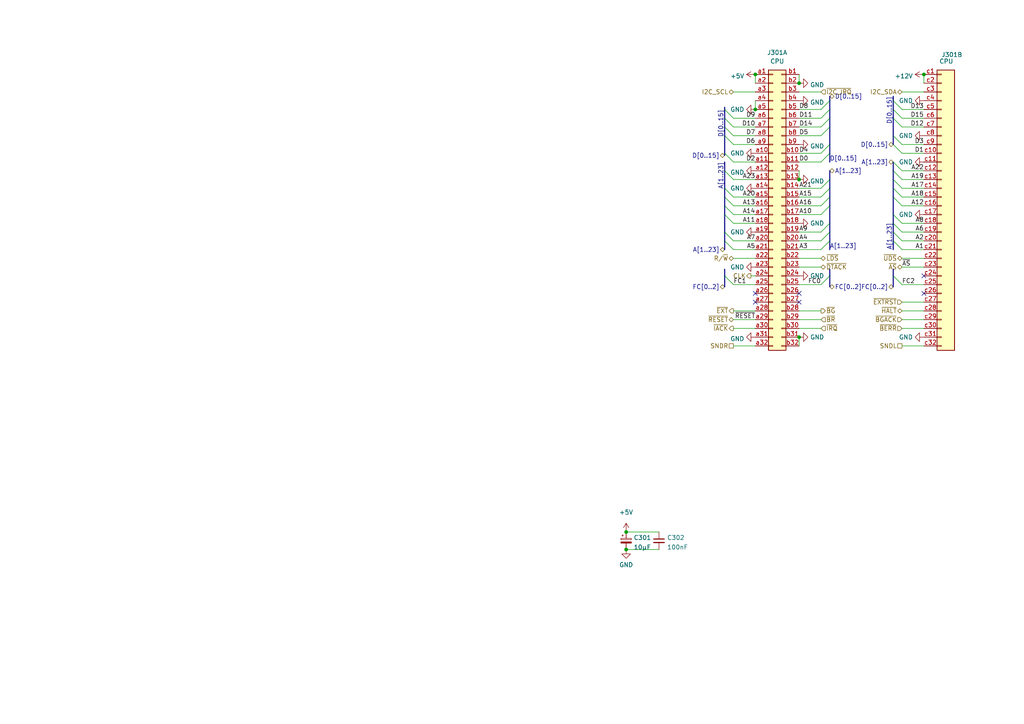
<source format=kicad_sch>
(kicad_sch (version 20211123) (generator eeschema)
  (paper "A4")
  (lib_symbols
    (symbol "68komputer-common:Conn_03x32_Row_Letter_First" (pin_names (offset 1.016) hide)
      (property "Reference" "J" (at 1.27 40.64 0))
      (property "Value" "Conn_03x32_Row_Letter_First" (at 1.27 -43.18 0))
      (symbol "Conn_03x32_Row_Letter_First_1_1"
        (rectangle (start -1.27 -40.513) (end 0 -40.767) (stroke (width 0.1524)))
        (rectangle (start -1.27 -37.973) (end 0 -38.227) (stroke (width 0.1524)))
        (rectangle (start -1.27 -35.433) (end 0 -35.687) (stroke (width 0.1524)))
        (rectangle (start -1.27 -32.893) (end 0 -33.147) (stroke (width 0.1524)))
        (rectangle (start -1.27 -30.353) (end 0 -30.607) (stroke (width 0.1524)))
        (rectangle (start -1.27 -27.813) (end 0 -28.067) (stroke (width 0.1524)))
        (rectangle (start -1.27 -25.273) (end 0 -25.527) (stroke (width 0.1524)))
        (rectangle (start -1.27 -22.733) (end 0 -22.987) (stroke (width 0.1524)))
        (rectangle (start -1.27 -20.193) (end 0 -20.447) (stroke (width 0.1524)))
        (rectangle (start -1.27 -17.653) (end 0 -17.907) (stroke (width 0.1524)))
        (rectangle (start -1.27 -15.113) (end 0 -15.367) (stroke (width 0.1524)))
        (rectangle (start -1.27 -12.573) (end 0 -12.827) (stroke (width 0.1524)))
        (rectangle (start -1.27 -10.033) (end 0 -10.287) (stroke (width 0.1524)))
        (rectangle (start -1.27 -7.493) (end 0 -7.747) (stroke (width 0.1524)))
        (rectangle (start -1.27 -4.953) (end 0 -5.207) (stroke (width 0.1524)))
        (rectangle (start -1.27 -2.413) (end 0 -2.667) (stroke (width 0.1524)))
        (rectangle (start -1.27 0.127) (end 0 -0.127) (stroke (width 0.1524)))
        (rectangle (start -1.27 2.667) (end 0 2.413) (stroke (width 0.1524)))
        (rectangle (start -1.27 5.207) (end 0 4.953) (stroke (width 0.1524)))
        (rectangle (start -1.27 7.747) (end 0 7.493) (stroke (width 0.1524)))
        (rectangle (start -1.27 10.287) (end 0 10.033) (stroke (width 0.1524)))
        (rectangle (start -1.27 12.827) (end 0 12.573) (stroke (width 0.1524)))
        (rectangle (start -1.27 15.367) (end 0 15.113) (stroke (width 0.1524)))
        (rectangle (start -1.27 17.907) (end 0 17.653) (stroke (width 0.1524)))
        (rectangle (start -1.27 20.447) (end 0 20.193) (stroke (width 0.1524)))
        (rectangle (start -1.27 22.987) (end 0 22.733) (stroke (width 0.1524)))
        (rectangle (start -1.27 25.527) (end 0 25.273) (stroke (width 0.1524)))
        (rectangle (start -1.27 28.067) (end 0 27.813) (stroke (width 0.1524)))
        (rectangle (start -1.27 30.607) (end 0 30.353) (stroke (width 0.1524)))
        (rectangle (start -1.27 33.147) (end 0 32.893) (stroke (width 0.1524)))
        (rectangle (start -1.27 35.687) (end 0 35.433) (stroke (width 0.1524)))
        (rectangle (start -1.27 38.227) (end 0 37.973) (stroke (width 0.1524)))
        (rectangle (start -1.27 39.37) (end 3.81 -41.91) (stroke (width 0.254)) (fill (type background)))
        (rectangle (start 3.81 -40.513) (end 2.54 -40.767) (stroke (width 0.1524)))
        (rectangle (start 3.81 -37.973) (end 2.54 -38.227) (stroke (width 0.1524)))
        (rectangle (start 3.81 -35.433) (end 2.54 -35.687) (stroke (width 0.1524)))
        (rectangle (start 3.81 -32.893) (end 2.54 -33.147) (stroke (width 0.1524)))
        (rectangle (start 3.81 -30.353) (end 2.54 -30.607) (stroke (width 0.1524)))
        (rectangle (start 3.81 -27.813) (end 2.54 -28.067) (stroke (width 0.1524)))
        (rectangle (start 3.81 -25.273) (end 2.54 -25.527) (stroke (width 0.1524)))
        (rectangle (start 3.81 -22.733) (end 2.54 -22.987) (stroke (width 0.1524)))
        (rectangle (start 3.81 -20.193) (end 2.54 -20.447) (stroke (width 0.1524)))
        (rectangle (start 3.81 -17.653) (end 2.54 -17.907) (stroke (width 0.1524)))
        (rectangle (start 3.81 -15.113) (end 2.54 -15.367) (stroke (width 0.1524)))
        (rectangle (start 3.81 -12.573) (end 2.54 -12.827) (stroke (width 0.1524)))
        (rectangle (start 3.81 -10.033) (end 2.54 -10.287) (stroke (width 0.1524)))
        (rectangle (start 3.81 -7.493) (end 2.54 -7.747) (stroke (width 0.1524)))
        (rectangle (start 3.81 -4.953) (end 2.54 -5.207) (stroke (width 0.1524)))
        (rectangle (start 3.81 -2.413) (end 2.54 -2.667) (stroke (width 0.1524)))
        (rectangle (start 3.81 0.127) (end 2.54 -0.127) (stroke (width 0.1524)))
        (rectangle (start 3.81 2.667) (end 2.54 2.413) (stroke (width 0.1524)))
        (rectangle (start 3.81 5.207) (end 2.54 4.953) (stroke (width 0.1524)))
        (rectangle (start 3.81 7.747) (end 2.54 7.493) (stroke (width 0.1524)))
        (rectangle (start 3.81 10.287) (end 2.54 10.033) (stroke (width 0.1524)))
        (rectangle (start 3.81 12.827) (end 2.54 12.573) (stroke (width 0.1524)))
        (rectangle (start 3.81 15.367) (end 2.54 15.113) (stroke (width 0.1524)))
        (rectangle (start 3.81 17.907) (end 2.54 17.653) (stroke (width 0.1524)))
        (rectangle (start 3.81 20.447) (end 2.54 20.193) (stroke (width 0.1524)))
        (rectangle (start 3.81 22.987) (end 2.54 22.733) (stroke (width 0.1524)))
        (rectangle (start 3.81 25.527) (end 2.54 25.273) (stroke (width 0.1524)))
        (rectangle (start 3.81 28.067) (end 2.54 27.813) (stroke (width 0.1524)))
        (rectangle (start 3.81 30.607) (end 2.54 30.353) (stroke (width 0.1524)))
        (rectangle (start 3.81 33.147) (end 2.54 32.893) (stroke (width 0.1524)))
        (rectangle (start 3.81 35.687) (end 2.54 35.433) (stroke (width 0.1524)))
        (rectangle (start 3.81 38.227) (end 2.54 37.973) (stroke (width 0.1524)))
        (pin passive line (at -5.08 38.1 0) (length 3.81) (name "Pin_a1") (number "a1"))
        (pin passive line (at -5.08 15.24 0) (length 3.81) (name "Pin_a10") (number "a10"))
        (pin passive line (at -5.08 12.7 0) (length 3.81) (name "Pin_a11") (number "a11"))
        (pin passive line (at -5.08 10.16 0) (length 3.81) (name "Pin_a12") (number "a12"))
        (pin passive line (at -5.08 7.62 0) (length 3.81) (name "Pin_a13") (number "a13"))
        (pin passive line (at -5.08 5.08 0) (length 3.81) (name "Pin_a14") (number "a14"))
        (pin passive line (at -5.08 2.54 0) (length 3.81) (name "Pin_a15") (number "a15"))
        (pin passive line (at -5.08 0 0) (length 3.81) (name "Pin_a16") (number "a16"))
        (pin passive line (at -5.08 -2.54 0) (length 3.81) (name "Pin_a17") (number "a17"))
        (pin passive line (at -5.08 -5.08 0) (length 3.81) (name "Pin_a18") (number "a18"))
        (pin passive line (at -5.08 -7.62 0) (length 3.81) (name "Pin_a19") (number "a19"))
        (pin passive line (at -5.08 35.56 0) (length 3.81) (name "Pin_a2") (number "a2"))
        (pin passive line (at -5.08 -10.16 0) (length 3.81) (name "Pin_a20") (number "a20"))
        (pin passive line (at -5.08 -12.7 0) (length 3.81) (name "Pin_a21") (number "a21"))
        (pin passive line (at -5.08 -15.24 0) (length 3.81) (name "Pin_a22") (number "a22"))
        (pin passive line (at -5.08 -17.78 0) (length 3.81) (name "Pin_a23") (number "a23"))
        (pin passive line (at -5.08 -20.32 0) (length 3.81) (name "Pin_a24") (number "a24"))
        (pin passive line (at -5.08 -22.86 0) (length 3.81) (name "Pin_a25") (number "a25"))
        (pin passive line (at -5.08 -25.4 0) (length 3.81) (name "Pin_a26") (number "a26"))
        (pin passive line (at -5.08 -27.94 0) (length 3.81) (name "Pin_a27") (number "a27"))
        (pin passive line (at -5.08 -30.48 0) (length 3.81) (name "Pin_a28") (number "a28"))
        (pin passive line (at -5.08 -33.02 0) (length 3.81) (name "Pin_a29") (number "a29"))
        (pin passive line (at -5.08 33.02 0) (length 3.81) (name "Pin_a3") (number "a3"))
        (pin passive line (at -5.08 -35.56 0) (length 3.81) (name "Pin_a30") (number "a30"))
        (pin passive line (at -5.08 -38.1 0) (length 3.81) (name "Pin_a31") (number "a31"))
        (pin passive line (at -5.08 -40.64 0) (length 3.81) (name "Pin_a32") (number "a32"))
        (pin passive line (at -5.08 30.48 0) (length 3.81) (name "Pin_a4") (number "a4"))
        (pin passive line (at -5.08 27.94 0) (length 3.81) (name "Pin_a5") (number "a5"))
        (pin passive line (at -5.08 25.4 0) (length 3.81) (name "Pin_a6") (number "a6"))
        (pin passive line (at -5.08 22.86 0) (length 3.81) (name "Pin_a7") (number "a7"))
        (pin passive line (at -5.08 20.32 0) (length 3.81) (name "Pin_a8") (number "a8"))
        (pin passive line (at -5.08 17.78 0) (length 3.81) (name "Pin_a9") (number "a9"))
        (pin passive line (at 7.62 38.1 180) (length 3.81) (name "Pin_b1") (number "b1"))
        (pin passive line (at 7.62 15.24 180) (length 3.81) (name "Pin_b10") (number "b10"))
        (pin passive line (at 7.62 12.7 180) (length 3.81) (name "Pin_b11") (number "b11"))
        (pin passive line (at 7.62 10.16 180) (length 3.81) (name "Pin_b12") (number "b12"))
        (pin passive line (at 7.62 7.62 180) (length 3.81) (name "Pin_b13") (number "b13"))
        (pin passive line (at 7.62 5.08 180) (length 3.81) (name "Pin_b14") (number "b14"))
        (pin passive line (at 7.62 2.54 180) (length 3.81) (name "Pin_b15") (number "b15"))
        (pin passive line (at 7.62 0 180) (length 3.81) (name "Pin_b16") (number "b16"))
        (pin passive line (at 7.62 -2.54 180) (length 3.81) (name "Pin_b17") (number "b17"))
        (pin passive line (at 7.62 -5.08 180) (length 3.81) (name "Pin_b18") (number "b18"))
        (pin passive line (at 7.62 -7.62 180) (length 3.81) (name "Pin_b19") (number "b19"))
        (pin passive line (at 7.62 35.56 180) (length 3.81) (name "Pin_b2") (number "b2"))
        (pin passive line (at 7.62 -10.16 180) (length 3.81) (name "Pin_b20") (number "b20"))
        (pin passive line (at 7.62 -12.7 180) (length 3.81) (name "Pin_b21") (number "b21"))
        (pin passive line (at 7.62 -15.24 180) (length 3.81) (name "Pin_b22") (number "b22"))
        (pin passive line (at 7.62 -17.78 180) (length 3.81) (name "Pin_b23") (number "b23"))
        (pin passive line (at 7.62 -20.32 180) (length 3.81) (name "Pin_b24") (number "b24"))
        (pin passive line (at 7.62 -22.86 180) (length 3.81) (name "Pin_b25") (number "b25"))
        (pin passive line (at 7.62 -25.4 180) (length 3.81) (name "Pin_b26") (number "b26"))
        (pin passive line (at 7.62 -27.94 180) (length 3.81) (name "Pin_b27") (number "b27"))
        (pin passive line (at 7.62 -30.48 180) (length 3.81) (name "Pin_b28") (number "b28"))
        (pin passive line (at 7.62 -33.02 180) (length 3.81) (name "Pin_b29") (number "b29"))
        (pin passive line (at 7.62 33.02 180) (length 3.81) (name "Pin_b3") (number "b3"))
        (pin passive line (at 7.62 -35.56 180) (length 3.81) (name "Pin_b30") (number "b30"))
        (pin passive line (at 7.62 -38.1 180) (length 3.81) (name "Pin_b31") (number "b31"))
        (pin passive line (at 7.62 -40.64 180) (length 3.81) (name "Pin_b32") (number "b32"))
        (pin passive line (at 7.62 30.48 180) (length 3.81) (name "Pin_b4") (number "b4"))
        (pin passive line (at 7.62 27.94 180) (length 3.81) (name "Pin_b5") (number "b5"))
        (pin passive line (at 7.62 25.4 180) (length 3.81) (name "Pin_b6") (number "b6"))
        (pin passive line (at 7.62 22.86 180) (length 3.81) (name "Pin_b7") (number "b7"))
        (pin passive line (at 7.62 20.32 180) (length 3.81) (name "Pin_b8") (number "b8"))
        (pin passive line (at 7.62 17.78 180) (length 3.81) (name "Pin_b9") (number "b9"))
      )
      (symbol "Conn_03x32_Row_Letter_First_2_1"
        (rectangle (start -1.27 39.37) (end 3.81 -41.91) (stroke (width 0.254)) (fill (type background)))
        (rectangle (start 3.81 -40.513) (end 2.54 -40.767) (stroke (width 0.1524)))
        (rectangle (start 3.81 -37.973) (end 2.54 -38.227) (stroke (width 0.1524)))
        (rectangle (start 3.81 -35.433) (end 2.54 -35.687) (stroke (width 0.1524)))
        (rectangle (start 3.81 -32.893) (end 2.54 -33.147) (stroke (width 0.1524)))
        (rectangle (start 3.81 -30.353) (end 2.54 -30.607) (stroke (width 0.1524)))
        (rectangle (start 3.81 -27.813) (end 2.54 -28.067) (stroke (width 0.1524)))
        (rectangle (start 3.81 -25.273) (end 2.54 -25.527) (stroke (width 0.1524)))
        (rectangle (start 3.81 -22.733) (end 2.54 -22.987) (stroke (width 0.1524)))
        (rectangle (start 3.81 -20.193) (end 2.54 -20.447) (stroke (width 0.1524)))
        (rectangle (start 3.81 -17.653) (end 2.54 -17.907) (stroke (width 0.1524)))
        (rectangle (start 3.81 -15.113) (end 2.54 -15.367) (stroke (width 0.1524)))
        (rectangle (start 3.81 -12.573) (end 2.54 -12.827) (stroke (width 0.1524)))
        (rectangle (start 3.81 -10.033) (end 2.54 -10.287) (stroke (width 0.1524)))
        (rectangle (start 3.81 -7.493) (end 2.54 -7.747) (stroke (width 0.1524)))
        (rectangle (start 3.81 -4.953) (end 2.54 -5.207) (stroke (width 0.1524)))
        (rectangle (start 3.81 -2.413) (end 2.54 -2.667) (stroke (width 0.1524)))
        (rectangle (start 3.81 0.127) (end 2.54 -0.127) (stroke (width 0.1524)))
        (rectangle (start 3.81 2.667) (end 2.54 2.413) (stroke (width 0.1524)))
        (rectangle (start 3.81 5.207) (end 2.54 4.953) (stroke (width 0.1524)))
        (rectangle (start 3.81 7.747) (end 2.54 7.493) (stroke (width 0.1524)))
        (rectangle (start 3.81 10.287) (end 2.54 10.033) (stroke (width 0.1524)))
        (rectangle (start 3.81 12.827) (end 2.54 12.573) (stroke (width 0.1524)))
        (rectangle (start 3.81 15.367) (end 2.54 15.113) (stroke (width 0.1524)))
        (rectangle (start 3.81 17.907) (end 2.54 17.653) (stroke (width 0.1524)))
        (rectangle (start 3.81 20.447) (end 2.54 20.193) (stroke (width 0.1524)))
        (rectangle (start 3.81 22.987) (end 2.54 22.733) (stroke (width 0.1524)))
        (rectangle (start 3.81 25.527) (end 2.54 25.273) (stroke (width 0.1524)))
        (rectangle (start 3.81 28.067) (end 2.54 27.813) (stroke (width 0.1524)))
        (rectangle (start 3.81 30.607) (end 2.54 30.353) (stroke (width 0.1524)))
        (rectangle (start 3.81 33.147) (end 2.54 32.893) (stroke (width 0.1524)))
        (rectangle (start 3.81 35.687) (end 2.54 35.433) (stroke (width 0.1524)))
        (rectangle (start 3.81 38.227) (end 2.54 37.973) (stroke (width 0.1524)))
        (pin passive line (at 7.62 38.1 180) (length 3.81) (name "Pin_c1") (number "c1"))
        (pin passive line (at 7.62 15.24 180) (length 3.81) (name "Pin_c10") (number "c10"))
        (pin passive line (at 7.62 12.7 180) (length 3.81) (name "Pin_c11") (number "c11"))
        (pin passive line (at 7.62 10.16 180) (length 3.81) (name "Pin_c12") (number "c12"))
        (pin passive line (at 7.62 7.62 180) (length 3.81) (name "Pin_c13") (number "c13"))
        (pin passive line (at 7.62 5.08 180) (length 3.81) (name "Pin_c14") (number "c14"))
        (pin passive line (at 7.62 2.54 180) (length 3.81) (name "Pin_c15") (number "c15"))
        (pin passive line (at 7.62 0 180) (length 3.81) (name "Pin_c16") (number "c16"))
        (pin passive line (at 7.62 -2.54 180) (length 3.81) (name "Pin_c17") (number "c17"))
        (pin passive line (at 7.62 -5.08 180) (length 3.81) (name "Pin_c18") (number "c18"))
        (pin passive line (at 7.62 -7.62 180) (length 3.81) (name "Pin_c19") (number "c19"))
        (pin passive line (at 7.62 35.56 180) (length 3.81) (name "Pin_c2") (number "c2"))
        (pin passive line (at 7.62 -10.16 180) (length 3.81) (name "Pin_c20") (number "c20"))
        (pin passive line (at 7.62 -12.7 180) (length 3.81) (name "Pin_c21") (number "c21"))
        (pin passive line (at 7.62 -15.24 180) (length 3.81) (name "Pin_c22") (number "c22"))
        (pin passive line (at 7.62 -17.78 180) (length 3.81) (name "Pin_c23") (number "c23"))
        (pin passive line (at 7.62 -20.32 180) (length 3.81) (name "Pin_c24") (number "c24"))
        (pin passive line (at 7.62 -22.86 180) (length 3.81) (name "Pin_c25") (number "c25"))
        (pin passive line (at 7.62 -25.4 180) (length 3.81) (name "Pin_c26") (number "c26"))
        (pin passive line (at 7.62 -27.94 180) (length 3.81) (name "Pin_c27") (number "c27"))
        (pin passive line (at 7.62 -30.48 180) (length 3.81) (name "Pin_c28") (number "c28"))
        (pin passive line (at 7.62 -33.02 180) (length 3.81) (name "Pin_c29") (number "c29"))
        (pin passive line (at 7.62 33.02 180) (length 3.81) (name "Pin_c3") (number "c3"))
        (pin passive line (at 7.62 -35.56 180) (length 3.81) (name "Pin_c30") (number "c30"))
        (pin passive line (at 7.62 -38.1 180) (length 3.81) (name "Pin_c31") (number "c31"))
        (pin passive line (at 7.62 -40.64 180) (length 3.81) (name "Pin_c32") (number "c32"))
        (pin passive line (at 7.62 30.48 180) (length 3.81) (name "Pin_c4") (number "c4"))
        (pin passive line (at 7.62 27.94 180) (length 3.81) (name "Pin_c5") (number "c5"))
        (pin passive line (at 7.62 25.4 180) (length 3.81) (name "Pin_c6") (number "c6"))
        (pin passive line (at 7.62 22.86 180) (length 3.81) (name "Pin_c7") (number "c7"))
        (pin passive line (at 7.62 20.32 180) (length 3.81) (name "Pin_c8") (number "c8"))
        (pin passive line (at 7.62 17.78 180) (length 3.81) (name "Pin_c9") (number "c9"))
      )
    )
    (symbol "Device:C_Polarized_Small" (pin_numbers hide) (pin_names (offset 0.254) hide)
      (property "Reference" "C" (at 0.254 1.778 0))
      (property "Value" "C_Polarized_Small" (at 0.254 -2.032 0))
      (symbol "C_Polarized_Small_0_1"
        (rectangle (start -1.524 -0.3048) (end 1.524 -0.6858) (fill (type outline)))
        (rectangle (start -1.524 0.6858) (end 1.524 0.3048))
        (polyline (pts (xy -1.27 1.524) (xy -0.762 1.524)))
        (polyline (pts (xy -1.016 1.27) (xy -1.016 1.778)))
      )
      (symbol "C_Polarized_Small_1_1"
        (pin passive line (at 0 2.54 270) (length 1.8542) (name "~") (number "1"))
        (pin passive line (at 0 -2.54 90) (length 1.8542) (name "~") (number "2"))
      )
    )
    (symbol "Device:C_Small" (pin_numbers hide) (pin_names (offset 0.254) hide)
      (property "Reference" "C" (at 0.254 1.778 0))
      (property "Value" "C_Small" (at 0.254 -2.032 0))
      (symbol "C_Small_0_1"
        (polyline (pts (xy -1.524 -0.508) (xy 1.524 -0.508)) (stroke (width 0.3302)))
        (polyline (pts (xy -1.524 0.508) (xy 1.524 0.508)) (stroke (width 0.3048)))
      )
      (symbol "C_Small_1_1"
        (pin passive line (at 0 2.54 270) (length 2.032) (name "~") (number "1"))
        (pin passive line (at 0 -2.54 90) (length 2.032) (name "~") (number "2"))
      )
    )
    (symbol "power:+12V" (power) (pin_names (offset 0))
      (property "Value" "+12V" (at 0 3.556 0))
      (symbol "+12V_0_1"
        (polyline (pts (xy -0.762 1.27) (xy 0 2.54)))
        (polyline (pts (xy 0 0) (xy 0 2.54)))
        (polyline (pts (xy 0 2.54) (xy 0.762 1.27)))
      )
      (symbol "+12V_1_1"
        (pin power_in line (at 0 0 90) (length 0) hide (name "+12V") (number "1"))
      )
    )
    (symbol "power:+5V" (power) (pin_names (offset 0))
      (property "Value" "+5V" (at 0 3.556 0))
      (symbol "+5V_0_1"
        (polyline (pts (xy -0.762 1.27) (xy 0 2.54)))
        (polyline (pts (xy 0 0) (xy 0 2.54)))
        (polyline (pts (xy 0 2.54) (xy 0.762 1.27)))
      )
      (symbol "+5V_1_1"
        (pin power_in line (at 0 0 90) (length 0) hide (name "+5V") (number "1"))
      )
    )
    (symbol "power:GND" (power) (pin_names (offset 0))
      (property "Value" "GND" (at 0 -3.81 0))
      (symbol "GND_0_1"
        (polyline (pts (xy 0 0) (xy 0 -1.27) (xy 1.27 -1.27) (xy 0 -2.54) (xy -1.27 -1.27) (xy 0 -1.27)))
      )
      (symbol "GND_1_1"
        (pin power_in line (at 0 0 270) (length 0) hide (name "GND") (number "1"))
      )
    )
  )
  (junction (at 231.775 52.07))
  (junction (at 267.97 21.59))
  (junction (at 181.61 154.305))
  (junction (at 231.775 24.13))
  (junction (at 231.775 97.79))
  (junction (at 219.075 31.75))
  (junction (at 219.075 21.59))
  (junction (at 181.61 159.385))
  (no_connect (at 267.97 85.09))
  (no_connect (at 231.775 85.09))
  (no_connect (at 219.075 85.09))
  (no_connect (at 267.97 80.01))
  (no_connect (at 231.775 87.63))
  (no_connect (at 219.075 87.63))
  (bus_entry (at 238.125 69.85) (size 2.54 -2.54))
  (bus_entry (at 210.185 36.83) (size 2.54 2.54))
  (bus_entry (at 238.125 54.61) (size 2.54 -2.54))
  (bus_entry (at 210.185 59.69) (size 2.54 2.54))
  (bus_entry (at 210.185 49.53) (size 2.54 2.54))
  (bus_entry (at 210.185 62.23) (size 2.54 2.54))
  (bus_entry (at 259.08 67.31) (size 2.54 2.54))
  (bus_entry (at 259.08 64.77) (size 2.54 2.54))
  (bus_entry (at 210.185 57.15) (size 2.54 2.54))
  (bus_entry (at 210.185 67.31) (size 2.54 2.54))
  (bus_entry (at 259.08 52.07) (size 2.54 2.54))
  (bus_entry (at 210.185 54.61) (size 2.54 2.54))
  (bus_entry (at 259.08 62.23) (size 2.54 2.54))
  (bus_entry (at 210.185 39.37) (size 2.54 2.54))
  (bus_entry (at 210.185 69.85) (size 2.54 2.54))
  (bus_entry (at 259.08 46.99) (size 2.54 2.54))
  (bus_entry (at 259.08 80.01) (size 2.54 2.54))
  (bus_entry (at 259.08 29.21) (size 2.54 2.54))
  (bus_entry (at 238.125 44.45) (size 2.54 -2.54))
  (bus_entry (at 238.125 34.29) (size 2.54 -2.54))
  (bus_entry (at 238.125 39.37) (size 2.54 -2.54))
  (bus_entry (at 238.125 62.23) (size 2.54 -2.54))
  (bus_entry (at 259.08 31.75) (size 2.54 2.54))
  (bus_entry (at 238.125 67.31) (size 2.54 -2.54))
  (bus_entry (at 238.125 59.69) (size 2.54 -2.54))
  (bus_entry (at 240.665 80.01) (size -2.54 2.54))
  (bus_entry (at 210.185 44.45) (size 2.54 2.54))
  (bus_entry (at 238.125 72.39) (size 2.54 -2.54))
  (bus_entry (at 210.185 34.29) (size 2.54 2.54))
  (bus_entry (at 259.08 39.37) (size 2.54 2.54))
  (bus_entry (at 259.08 54.61) (size 2.54 2.54))
  (bus_entry (at 238.125 36.83) (size 2.54 -2.54))
  (bus_entry (at 238.125 46.99) (size 2.54 -2.54))
  (bus_entry (at 259.08 34.29) (size 2.54 2.54))
  (bus_entry (at 259.08 57.15) (size 2.54 2.54))
  (bus_entry (at 238.125 57.15) (size 2.54 -2.54))
  (bus_entry (at 259.08 49.53) (size 2.54 2.54))
  (bus_entry (at 210.185 31.75) (size 2.54 2.54))
  (bus_entry (at 238.125 31.75) (size 2.54 -2.54))
  (bus_entry (at 259.08 41.91) (size 2.54 2.54))
  (bus_entry (at 259.08 69.85) (size 2.54 2.54))
  (bus_entry (at 210.185 80.01) (size 2.54 2.54))
  (wire (pts (xy 219.075 29.21) (xy 219.075 31.75)))
  (wire (pts (xy 212.725 72.39) (xy 219.075 72.39)))
  (wire (pts (xy 261.62 31.75) (xy 267.97 31.75)))
  (bus (pts (xy 240.665 69.85) (xy 240.665 72.39)))
  (wire (pts (xy 261.62 74.93) (xy 267.97 74.93)))
  (wire (pts (xy 267.97 95.25) (xy 261.62 95.25)))
  (wire (pts (xy 261.62 57.15) (xy 267.97 57.15)))
  (wire (pts (xy 238.125 77.47) (xy 231.775 77.47)))
  (bus (pts (xy 210.185 44.45) (xy 210.185 45.085)))
  (bus (pts (xy 259.08 57.15) (xy 259.08 62.23)))
  (bus (pts (xy 210.185 67.31) (xy 210.185 69.85)))
  (bus (pts (xy 210.185 46.99) (xy 210.185 49.53)))
  (bus (pts (xy 240.665 80.01) (xy 240.665 83.185)))
  (wire (pts (xy 212.725 34.29) (xy 219.075 34.29)))
  (wire (pts (xy 212.725 46.99) (xy 219.075 46.99)))
  (wire (pts (xy 219.075 21.59) (xy 219.075 24.13)))
  (wire (pts (xy 261.62 49.53) (xy 267.97 49.53)))
  (wire (pts (xy 231.775 90.17) (xy 238.125 90.17)))
  (bus (pts (xy 259.08 31.75) (xy 259.08 34.29)))
  (wire (pts (xy 261.62 77.47) (xy 267.97 77.47)))
  (wire (pts (xy 261.62 72.39) (xy 267.97 72.39)))
  (wire (pts (xy 231.775 21.59) (xy 231.775 24.13)))
  (bus (pts (xy 259.08 80.01) (xy 259.08 83.185)))
  (wire (pts (xy 212.725 90.17) (xy 219.075 90.17)))
  (wire (pts (xy 261.62 54.61) (xy 267.97 54.61)))
  (wire (pts (xy 231.775 72.39) (xy 238.125 72.39)))
  (wire (pts (xy 212.725 41.91) (xy 219.075 41.91)))
  (bus (pts (xy 210.185 34.29) (xy 210.185 36.83)))
  (wire (pts (xy 212.725 62.23) (xy 219.075 62.23)))
  (bus (pts (xy 240.665 29.21) (xy 240.665 31.75)))
  (wire (pts (xy 212.725 69.85) (xy 219.075 69.85)))
  (bus (pts (xy 240.665 59.69) (xy 240.665 64.77)))
  (wire (pts (xy 231.775 46.99) (xy 238.125 46.99)))
  (bus (pts (xy 240.665 36.83) (xy 240.665 41.91)))
  (wire (pts (xy 231.775 36.83) (xy 238.125 36.83)))
  (bus (pts (xy 210.185 31.115) (xy 210.185 31.75)))
  (wire (pts (xy 231.775 97.79) (xy 231.775 100.33)))
  (wire (pts (xy 261.62 64.77) (xy 267.97 64.77)))
  (bus (pts (xy 210.185 49.53) (xy 210.185 54.61)))
  (bus (pts (xy 259.08 46.99) (xy 259.08 49.53)))
  (bus (pts (xy 240.665 31.75) (xy 240.665 34.29)))
  (wire (pts (xy 261.62 100.33) (xy 267.97 100.33)))
  (bus (pts (xy 240.665 64.77) (xy 240.665 67.31)))
  (wire (pts (xy 267.97 21.59) (xy 267.97 24.13)))
  (bus (pts (xy 259.08 64.77) (xy 259.08 67.31)))
  (wire (pts (xy 261.62 34.29) (xy 267.97 34.29)))
  (wire (pts (xy 261.62 26.67) (xy 267.97 26.67)))
  (bus (pts (xy 210.185 39.37) (xy 210.185 44.45)))
  (bus (pts (xy 259.08 27.94) (xy 259.08 29.21)))
  (wire (pts (xy 181.61 159.385) (xy 191.135 159.385)))
  (bus (pts (xy 259.08 62.23) (xy 259.08 64.77)))
  (bus (pts (xy 259.08 39.37) (xy 259.08 41.91)))
  (wire (pts (xy 261.62 69.85) (xy 267.97 69.85)))
  (wire (pts (xy 231.775 69.85) (xy 238.125 69.85)))
  (wire (pts (xy 219.075 92.71) (xy 212.725 92.71)))
  (wire (pts (xy 231.775 44.45) (xy 238.125 44.45)))
  (bus (pts (xy 240.665 34.29) (xy 240.665 36.83)))
  (bus (pts (xy 259.08 49.53) (xy 259.08 52.07)))
  (bus (pts (xy 259.08 67.31) (xy 259.08 69.85)))
  (bus (pts (xy 240.665 41.91) (xy 240.665 44.45)))
  (bus (pts (xy 240.665 27.94) (xy 240.665 29.21)))
  (wire (pts (xy 238.125 74.93) (xy 231.775 74.93)))
  (wire (pts (xy 261.62 52.07) (xy 267.97 52.07)))
  (wire (pts (xy 231.775 57.15) (xy 238.125 57.15)))
  (wire (pts (xy 212.725 74.93) (xy 219.075 74.93)))
  (wire (pts (xy 261.62 92.71) (xy 267.97 92.71)))
  (wire (pts (xy 261.62 67.31) (xy 267.97 67.31)))
  (wire (pts (xy 212.725 100.33) (xy 219.075 100.33)))
  (wire (pts (xy 212.725 39.37) (xy 219.075 39.37)))
  (bus (pts (xy 240.665 54.61) (xy 240.665 57.15)))
  (bus (pts (xy 259.08 54.61) (xy 259.08 57.15)))
  (wire (pts (xy 231.775 67.31) (xy 238.125 67.31)))
  (wire (pts (xy 212.725 26.67) (xy 219.075 26.67)))
  (wire (pts (xy 267.97 90.17) (xy 261.62 90.17)))
  (bus (pts (xy 240.665 44.45) (xy 240.665 46.99)))
  (wire (pts (xy 238.125 95.25) (xy 231.775 95.25)))
  (bus (pts (xy 240.665 57.15) (xy 240.665 59.69)))
  (bus (pts (xy 259.08 69.85) (xy 259.08 72.39)))
  (wire (pts (xy 212.725 64.77) (xy 219.075 64.77)))
  (bus (pts (xy 210.185 54.61) (xy 210.185 57.15)))
  (wire (pts (xy 231.775 26.67) (xy 238.125 26.67)))
  (wire (pts (xy 212.725 52.07) (xy 219.075 52.07)))
  (wire (pts (xy 261.62 59.69) (xy 267.97 59.69)))
  (wire (pts (xy 231.775 59.69) (xy 238.125 59.69)))
  (wire (pts (xy 261.62 36.83) (xy 267.97 36.83)))
  (bus (pts (xy 259.08 29.21) (xy 259.08 31.75)))
  (wire (pts (xy 231.775 39.37) (xy 238.125 39.37)))
  (wire (pts (xy 231.775 62.23) (xy 238.125 62.23)))
  (bus (pts (xy 210.185 36.83) (xy 210.185 39.37)))
  (bus (pts (xy 240.665 67.31) (xy 240.665 69.85)))
  (bus (pts (xy 240.665 49.53) (xy 240.665 52.07)))
  (bus (pts (xy 259.08 34.29) (xy 259.08 39.37)))
  (wire (pts (xy 212.725 59.69) (xy 219.075 59.69)))
  (wire (pts (xy 212.725 36.83) (xy 219.075 36.83)))
  (bus (pts (xy 210.185 69.85) (xy 210.185 72.39)))
  (wire (pts (xy 261.62 87.63) (xy 267.97 87.63)))
  (wire (pts (xy 217.805 80.01) (xy 219.075 80.01)))
  (bus (pts (xy 240.665 52.07) (xy 240.665 54.61)))
  (wire (pts (xy 231.775 31.75) (xy 238.125 31.75)))
  (bus (pts (xy 210.185 80.01) (xy 210.185 83.185)))
  (bus (pts (xy 210.185 59.69) (xy 210.185 62.23)))
  (wire (pts (xy 261.62 82.55) (xy 267.97 82.55)))
  (wire (pts (xy 231.775 82.55) (xy 238.125 82.55)))
  (wire (pts (xy 231.775 54.61) (xy 238.125 54.61)))
  (wire (pts (xy 181.61 154.305) (xy 191.135 154.305)))
  (wire (pts (xy 212.725 57.15) (xy 219.075 57.15)))
  (wire (pts (xy 212.725 95.25) (xy 219.075 95.25)))
  (wire (pts (xy 261.62 44.45) (xy 267.97 44.45)))
  (wire (pts (xy 231.775 49.53) (xy 231.775 52.07)))
  (bus (pts (xy 259.08 78.105) (xy 259.08 80.01)))
  (wire (pts (xy 261.62 41.91) (xy 267.97 41.91)))
  (bus (pts (xy 259.08 52.07) (xy 259.08 54.61)))
  (wire (pts (xy 238.125 92.71) (xy 231.775 92.71)))
  (bus (pts (xy 210.185 62.23) (xy 210.185 67.31)))
  (bus (pts (xy 210.185 78.105) (xy 210.185 80.01)))
  (wire (pts (xy 231.775 34.29) (xy 238.125 34.29)))
  (bus (pts (xy 210.185 31.75) (xy 210.185 34.29)))
  (bus (pts (xy 240.665 78.105) (xy 240.665 80.01)))
  (bus (pts (xy 210.185 57.15) (xy 210.185 59.69)))
  (wire (pts (xy 212.725 82.55) (xy 219.075 82.55)))
  (label "A12" (at 267.97 59.69 180))
  (label "A15" (at 231.775 57.15 0))
  (label "A21" (at 231.775 54.61 0))
  (label "A22" (at 267.97 49.53 180))
  (label "A14" (at 219.075 62.23 180))
  (label "D6" (at 219.075 41.91 180))
  (label "A23" (at 219.075 52.07 180))
  (label "D7" (at 219.075 39.37 180))
  (label "D5" (at 231.775 39.37 0))
  (label "A[1..23]" (at 240.665 72.39 0))
  (label "D15" (at 267.97 34.29 180))
  (label "D4" (at 231.775 44.45 0))
  (label "FC1" (at 212.725 82.55 0))
  (label "A5" (at 219.075 72.39 180))
  (label "D1" (at 267.97 44.45 180))
  (label "D14" (at 231.775 36.83 0))
  (label "A16" (at 231.775 59.69 0))
  (label "A[1..23]" (at 210.185 46.99 270))
  (label "A3" (at 231.775 72.39 0))
  (label "D13" (at 267.97 31.75 180))
  (label "D3" (at 267.97 41.91 180))
  (label "A7" (at 219.075 69.85 180))
  (label "D[0..15]" (at 210.185 31.75 270))
  (label "A19" (at 267.97 52.07 180))
  (label "FC2" (at 261.62 82.55 0))
  (label "~{AS}" (at 261.62 77.47 0))
  (label "A6" (at 267.97 67.31 180))
  (label "D12" (at 267.97 36.83 180))
  (label "D[0..15]" (at 240.665 46.99 0))
  (label "A13" (at 219.075 59.69 180))
  (label "~{RESET}" (at 219.075 92.71 180))
  (label "A11" (at 219.075 64.77 180))
  (label "A8" (at 267.97 64.77 180))
  (label "D0" (at 231.775 46.99 0))
  (label "D9" (at 219.075 34.29 180))
  (label "D10" (at 219.075 36.83 180))
  (label "D11" (at 231.775 34.29 0))
  (label "D8" (at 231.775 31.75 0))
  (label "D2" (at 219.075 46.99 180))
  (label "A20" (at 219.075 57.15 180))
  (label "A9" (at 231.775 67.31 0))
  (label "FC0" (at 238.125 82.55 180))
  (label "A4" (at 231.775 69.85 0))
  (label "A1" (at 267.97 72.39 180))
  (label "A[1..23]" (at 259.08 72.39 90))
  (label "A18" (at 267.97 57.15 180))
  (label "A2" (at 267.97 69.85 180))
  (label "D[0..15]" (at 259.08 27.94 270))
  (label "A10" (at 231.775 62.23 0))
  (label "A17" (at 267.97 54.61 180))
  (hierarchical_label "A[1..23]" (shape bidirectional) (at 210.185 72.39 180))
  (hierarchical_label "~{RESET}" (shape bidirectional) (at 212.725 92.71 180))
  (hierarchical_label "FC[0..2]" (shape bidirectional) (at 240.665 83.185 0))
  (hierarchical_label "~{IRQ}" (shape input) (at 238.125 95.25 0))
  (hierarchical_label "A[1..23]" (shape bidirectional) (at 240.665 49.53 0))
  (hierarchical_label "D[0..15]" (shape bidirectional) (at 240.665 27.94 0))
  (hierarchical_label "~{BERR}" (shape input) (at 261.62 95.25 180))
  (hierarchical_label "~{IACK}" (shape output) (at 212.725 95.25 180))
  (hierarchical_label "~{BGACK}" (shape input) (at 261.62 92.71 180))
  (hierarchical_label "SNDR" (shape passive) (at 212.725 100.33 180))
  (hierarchical_label "I2C_SDA" (shape tri_state) (at 261.62 26.67 180))
  (hierarchical_label "D[0..15]" (shape bidirectional) (at 259.08 41.91 180))
  (hierarchical_label "~{DTACK}" (shape bidirectional) (at 238.125 77.47 0))
  (hierarchical_label "FC[0..2]" (shape bidirectional) (at 259.08 83.185 180))
  (hierarchical_label "A[1..23]" (shape bidirectional) (at 259.08 46.99 180))
  (hierarchical_label "~{BR}" (shape input) (at 238.125 92.71 0))
  (hierarchical_label "~{HALT}" (shape bidirectional) (at 261.62 90.17 180))
  (hierarchical_label "CLK" (shape output) (at 217.805 80.01 180))
  (hierarchical_label "~{AS}" (shape bidirectional) (at 261.62 77.47 180))
  (hierarchical_label "~{I2C_IRQ}" (shape input) (at 238.125 26.67 0))
  (hierarchical_label "FC[0..2]" (shape bidirectional) (at 210.185 83.185 180))
  (hierarchical_label "I2C_SCL" (shape tri_state) (at 212.725 26.67 180))
  (hierarchical_label "R{slash}~{W}" (shape bidirectional) (at 212.725 74.93 180))
  (hierarchical_label "SNDL" (shape passive) (at 261.62 100.33 180))
  (hierarchical_label "~{BG}" (shape output) (at 238.125 90.17 0))
  (hierarchical_label "~{EXT}" (shape output) (at 212.725 90.17 180))
  (hierarchical_label "~{EXTRST}" (shape input) (at 261.62 87.63 180))
  (hierarchical_label "~{LDS}" (shape bidirectional) (at 238.125 74.93 0))
  (hierarchical_label "~{UDS}" (shape bidirectional) (at 261.62 74.93 180))
  (hierarchical_label "D[0..15]" (shape bidirectional) (at 210.185 45.085 180))
  (symbol (lib_id "power:GND") (at 219.075 67.31 270) (unit 1)
    (property "Reference" "#PWR0308" (effects hide))
    (property "Value" "GND" (at 215.9 67.31 90) (effects (justify right)))
  )
  (symbol (lib_id "power:GND") (at 267.97 97.79 270) (unit 1)
    (property "Reference" "#PWR0323" (effects hide))
    (property "Value" "GND" (at 264.795 97.79 90) (effects (justify right)))
  )
  (symbol (lib_id "power:GND") (at 231.775 41.91 90) (unit 1)
    (property "Reference" "#PWR0313" (effects hide))
    (property "Value" "GND" (at 234.95 42.389 90) (effects (justify right)))
  )
  (symbol (lib_id "power:GND") (at 231.775 24.13 90) (unit 1)
    (property "Reference" "#PWR0311" (effects hide))
    (property "Value" "GND" (at 234.95 24.609 90) (effects (justify right)))
  )
  (symbol (lib_id "power:GND") (at 219.075 49.53 270) (unit 1)
    (property "Reference" "#PWR0306" (effects hide))
    (property "Value" "GND" (at 215.9 50.009 90) (effects (justify right)))
  )
  (symbol (lib_id "power:GND") (at 231.775 97.79 90) (unit 1)
    (property "Reference" "#PWR0317" (effects hide))
    (property "Value" "GND" (at 234.95 97.79 90) (effects (justify right)))
  )
  (symbol (lib_id "power:GND") (at 181.61 159.385 0) (unit 1)
    (property "Reference" "#PWR0302" (effects hide))
    (property "Value" "GND" (at 181.61 163.83 0))
  )
  (symbol (lib_id "Device:C_Small") (at 191.135 156.845 0) (unit 1)
    (property "Reference" "C302" (at 193.4591 155.9365 0) (effects (justify left)))
    (property "Value" "100nF" (at 193.4591 158.7116 0) (effects (justify left)))
    (property "Footprint" "Capacitor_SMD:C_0805_2012Metric" (effects hide))
  )
  (symbol (lib_id "power:GND") (at 219.075 54.61 270) (unit 1)
    (property "Reference" "#PWR0307" (effects hide))
    (property "Value" "GND" (at 215.9 54.61 90) (effects (justify right)))
  )
  (symbol (lib_id "power:+5V") (at 181.61 154.305 0) (unit 1)
    (property "Reference" "#PWR0301" (effects hide))
    (property "Value" "+5V" (at 181.61 148.59 0))
  )
  (symbol (lib_id "power:GND") (at 267.97 62.23 270) (unit 1)
    (property "Reference" "#PWR0322" (effects hide))
    (property "Value" "GND" (at 264.795 62.23 90) (effects (justify right)))
  )
  (symbol (lib_id "power:GND") (at 219.075 44.45 270) (unit 1)
    (property "Reference" "#PWR0305" (effects hide))
    (property "Value" "GND" (at 215.9 44.45 90) (effects (justify right)))
  )
  (symbol (lib_id "power:GND") (at 219.075 77.47 270) (unit 1)
    (property "Reference" "#PWR0309" (effects hide))
    (property "Value" "GND" (at 215.9 77.47 90) (effects (justify right)))
  )
  (symbol (lib_id "68komputer-common:Conn_03x32_Row_Letter_First") (at 275.59 59.69 0) (mirror y) (unit 2)
    (property "Reference" "J301" (at 273.05 15.875 0) (effects (justify right)))
    (property "Value" "CPU" (at 272.415 17.78 0) (effects (justify right)))
    (property "Footprint" "Connector_DIN:DIN41612_C_3x32_Female_Vertical_THT" (effects hide))
  )
  (symbol (lib_id "68komputer-common:Conn_03x32_Row_Letter_First") (at 224.155 59.69 0) (unit 1)
    (property "Reference" "J301" (at 225.425 15.24 0))
    (property "Value" "CPU" (at 225.425 17.78 0))
    (property "Footprint" "Connector_DIN:DIN41612_C_3x32_Female_Vertical_THT" (effects hide))
    (property "MPN" "86093968124H55V1LF" (effects hide))
  )
  (symbol (lib_id "power:+12V") (at 267.97 21.59 90) (unit 1)
    (property "Reference" "#PWR0318" (effects hide))
    (property "Value" "+12V" (at 264.795 22.069 90) (effects (justify left)))
  )
  (symbol (lib_id "power:GND") (at 231.775 80.01 90) (unit 1)
    (property "Reference" "#PWR0316" (effects hide))
    (property "Value" "GND" (at 234.95 80.01 90) (effects (justify right)))
  )
  (symbol (lib_id "power:GND") (at 219.075 97.79 270) (unit 1)
    (property "Reference" "#PWR0310" (effects hide))
    (property "Value" "GND" (at 215.9 98.269 90) (effects (justify right)))
  )
  (symbol (lib_id "power:+5V") (at 219.075 21.59 90) (unit 1)
    (property "Reference" "#PWR0303" (effects hide))
    (property "Value" "+5V" (at 215.9 22.069 90) (effects (justify left)))
  )
  (symbol (lib_id "power:GND") (at 231.775 52.07 90) (unit 1)
    (property "Reference" "#PWR0314" (effects hide))
    (property "Value" "GND" (at 234.95 52.549 90) (effects (justify right)))
  )
  (symbol (lib_id "power:GND") (at 219.075 31.75 270) (unit 1)
    (property "Reference" "#PWR0304" (effects hide))
    (property "Value" "GND" (at 215.9 31.75 90) (effects (justify right)))
  )
  (symbol (lib_id "power:GND") (at 267.97 29.21 270) (unit 1)
    (property "Reference" "#PWR0319" (effects hide))
    (property "Value" "GND" (at 264.795 29.21 90) (effects (justify right)))
  )
  (symbol (lib_id "power:GND") (at 267.97 39.37 270) (unit 1)
    (property "Reference" "#PWR0320" (effects hide))
    (property "Value" "GND" (at 264.795 39.37 90) (effects (justify right)))
  )
  (symbol (lib_id "power:GND") (at 231.775 29.21 90) (unit 1)
    (property "Reference" "#PWR0312" (effects hide))
    (property "Value" "GND" (at 234.95 29.689 90) (effects (justify right)))
  )
  (symbol (lib_id "power:GND") (at 231.775 64.77 90) (unit 1)
    (property "Reference" "#PWR0315" (effects hide))
    (property "Value" "GND" (at 234.95 64.77 90) (effects (justify right)))
  )
  (symbol (lib_id "power:GND") (at 267.97 46.99 270) (unit 1)
    (property "Reference" "#PWR0321" (effects hide))
    (property "Value" "GND" (at 264.795 46.99 90) (effects (justify right)))
  )
  (symbol (lib_id "Device:C_Polarized_Small") (at 181.61 156.845 0) (unit 1)
    (property "Reference" "C301" (at 183.769 155.9365 0) (effects (justify left)))
    (property "Value" "10µF" (at 183.769 158.7116 0) (effects (justify left)))
    (property "Footprint" "Capacitor_Tantalum_SMD:CP_EIA-3216-18_Kemet-A" (effects hide))
  )
)
</source>
